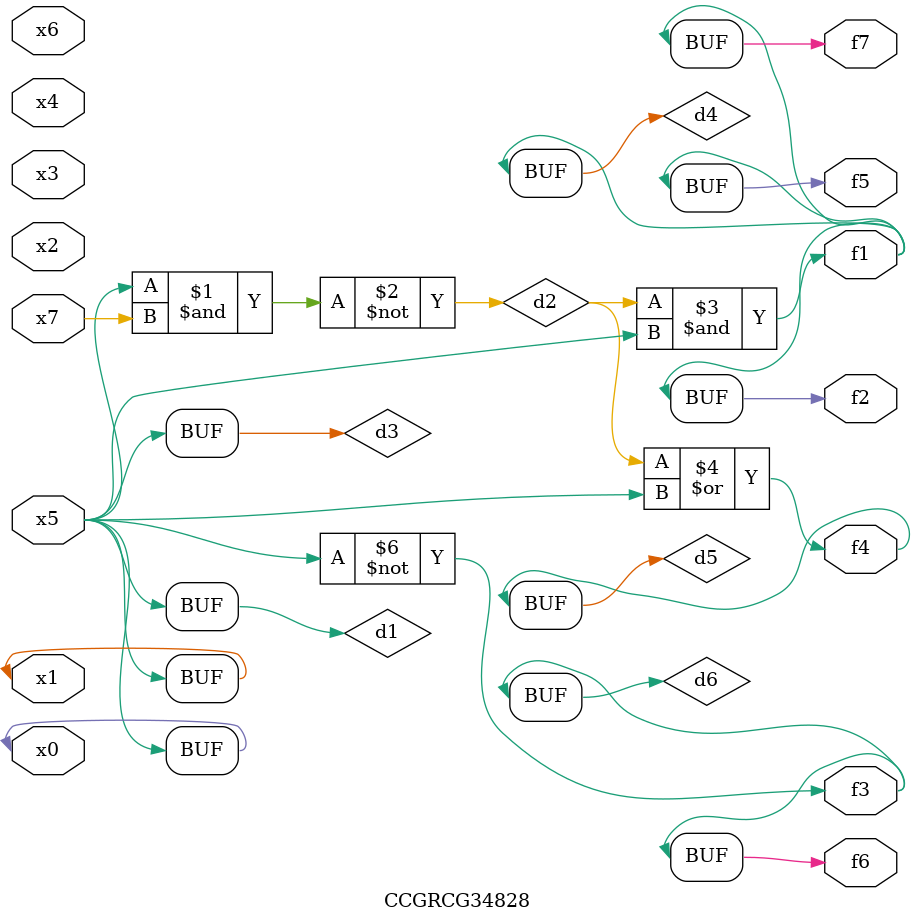
<source format=v>
module CCGRCG34828(
	input x0, x1, x2, x3, x4, x5, x6, x7,
	output f1, f2, f3, f4, f5, f6, f7
);

	wire d1, d2, d3, d4, d5, d6;

	buf (d1, x0, x5);
	nand (d2, x5, x7);
	buf (d3, x0, x1);
	and (d4, d2, d3);
	or (d5, d2, d3);
	nor (d6, d1, d3);
	assign f1 = d4;
	assign f2 = d4;
	assign f3 = d6;
	assign f4 = d5;
	assign f5 = d4;
	assign f6 = d6;
	assign f7 = d4;
endmodule

</source>
